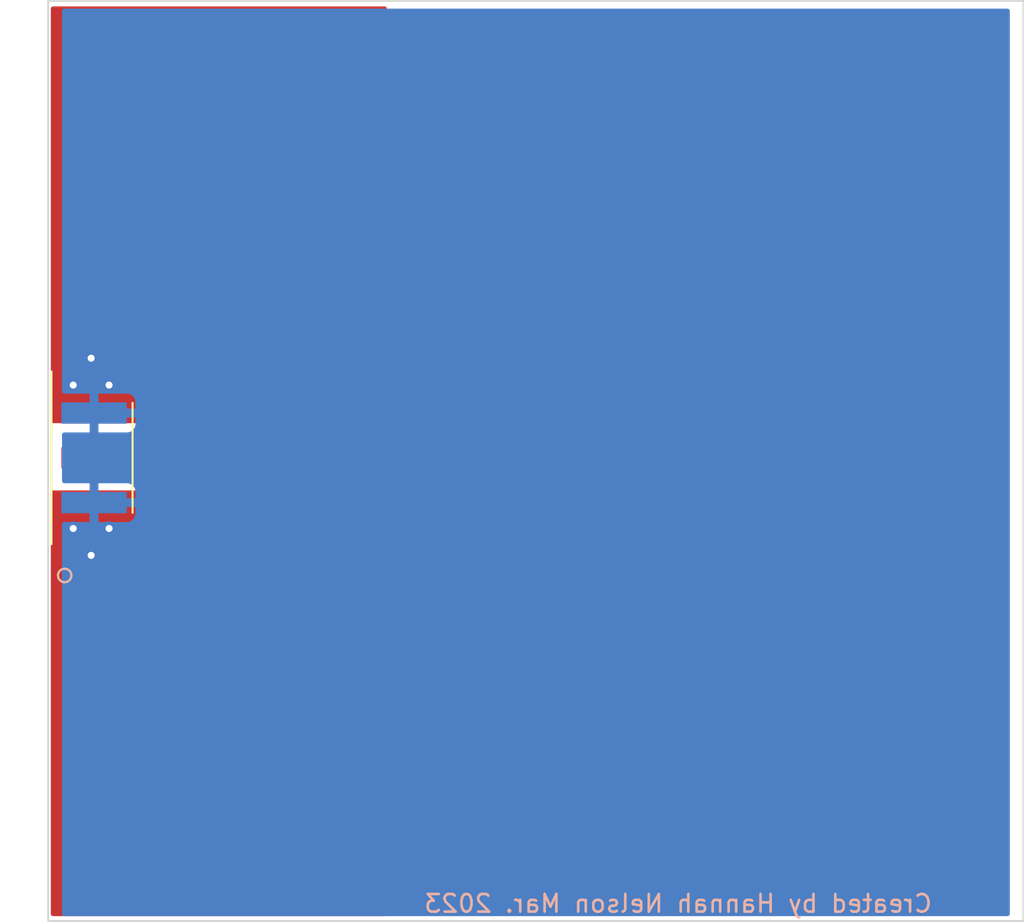
<source format=kicad_pcb>
(kicad_pcb (version 20221018) (generator pcbnew)
  (layers (0 "F.Cu" signal) (31 "B.Cu" signal) (34 "B.Paste" user) (35 "F.Paste" user) (36 "B.SilkS" user "B.Silkscreen") (37 "F.SilkS" user "F.Silkscreen") (38 "B.Mask" user) (39 "F.Mask" user) (44 "Edge.Cuts" user))
  (net 0 "")
  (net 1 "Antenna")
  (net 2 "GND")
  (footprint "Advanced_PCB_Layout:SMA" (layer "F.Cu") (at 54.52 66.1 90)
    (fp_text reference "REF**" hide)
    (fp_text value "SMA" hide)
    (fp_circle (center -6.6675 3.4163) (end -6.2865 3.4163) (stroke (width 0.12)) (fill none) (layer "B.SilkS"))
    (fp_line (start -3.10896 7.2644) (end 3.10896 7.2644) (stroke (width 0.12)) (layer "F.SilkS"))
    (fp_line (start 4.8895 2.667) (end -4.8895 2.667) (stroke (width 0.12)) (layer "F.SilkS"))
    (fp_circle (center -6.6675 3.4163) (end -6.2865 3.4163) (stroke (width 0.12)) (fill none) (layer "F.SilkS"))
    (pad "1" smd rect (at 0 5.08 90) (size 1.2 3.7) (layers "F.Cu" "F.Paste" "F.Mask") (net 1 "Antenna"))
    (pad "3" smd rect (at 2.54 5.08 90) (size 1.2 3.7) (layers "F.Cu" "F.Paste" "F.Mask") (net 2 "GND"))
    (pad "4" smd rect (at -2.54 5.08 90) (size 1.2 3.7) (layers "F.Cu" "F.Paste" "F.Mask") (net 2 "GND"))
    (pad "5" smd rect (at 2.54 5.08 90) (size 1.2 3.7) (layers "B.Cu" "B.Paste" "B.Mask") (net 2 "GND"))
    (pad "GND" smd rect (at -2.54 5.08 90) (size 1.2 3.7) (layers "B.Cu" "B.Paste" "B.Mask") (net 2 "GND"))
  )
  (footprint "Antenna_1:Half_Wave_Patch_Antenna" (layer "F.Cu") (at 93.7581 66.167)
    (fp_text reference "REF**" hide)
    (fp_text value "Half_Wave_Patch_Antenna" hide)
    (pad "1" smd rect (at -23.4442 -0.1016) (size 17.9 0.469) (layers "F.Cu" "F.Paste" "F.Mask") (net 1 "Antenna"))
    (pad "1" smd rect (at 0 0) (size 29.1 38.7) (layers "F.Cu" "F.Paste" "F.Mask") (net 1 "Antenna"))
  )
  (gr_rect (start 57 40.2) (end 112.276 92.35) (stroke (width 0.1)) (fill none) (layer "Edge.Cuts"))
  (gr_text "Created by Hannah Nelson Mar. 2023" (at 107.188 91.948) (layer "B.SilkS") (effects (font (size 1 1)) (justify left bottom mirror)))
  (via (at 59.436 60.452) (size 0.8) (drill 0.4) (layers "F.Cu" "B.Cu") (net 2))
  (via (at 60.452 70.104) (size 0.8) (drill 0.4) (layers "F.Cu" "B.Cu") (net 2))
  (via (at 58.42 70.104) (size 0.8) (drill 0.4) (layers "F.Cu" "B.Cu") (net 2))
  (via (at 59.436 71.628) (size 0.8) (drill 0.4) (layers "F.Cu" "B.Cu") (net 2))
  (via (at 60.452 61.976) (size 0.8) (drill 0.4) (layers "F.Cu" "B.Cu") (net 2))
  (via (at 58.42 61.976) (size 0.8) (drill 0.4) (layers "F.Cu" "B.Cu") (net 2))
  (zone (net 2) (net_name "GND") (layer "F.Cu") (connect_pads (clearance 0.5)) (min_thickness 0.25) (fill yes (thermal_gap 0.5) (thermal_bridge_width 0.5))
    (polygon (pts (xy 57.15 67.945) (xy 76.2 67.945) (xy 76.2 92.075) (xy 57.15 92.075)))
  )
  (zone (net 2) (net_name "GND") (layer "F.Cu") (connect_pads (clearance 0.5)) (min_thickness 0.25) (fill yes (thermal_gap 0.5) (thermal_bridge_width 0.5))
    (polygon (pts (xy 57.15 40.513) (xy 76.2 40.513) (xy 76.2 64.135) (xy 57.15 64.135)))
  )
  (zone (net 2) (net_name "GND") (layer "B.Cu") (priority 1) (connect_pads (clearance 0.5)) (min_thickness 0.25) (fill yes (thermal_gap 0.5) (thermal_bridge_width 0.5))
    (polygon (pts (xy 57.785 40.64) (xy 111.506 40.64) (xy 111.506 92.075) (xy 57.785 92.075)))
  )
)
</source>
